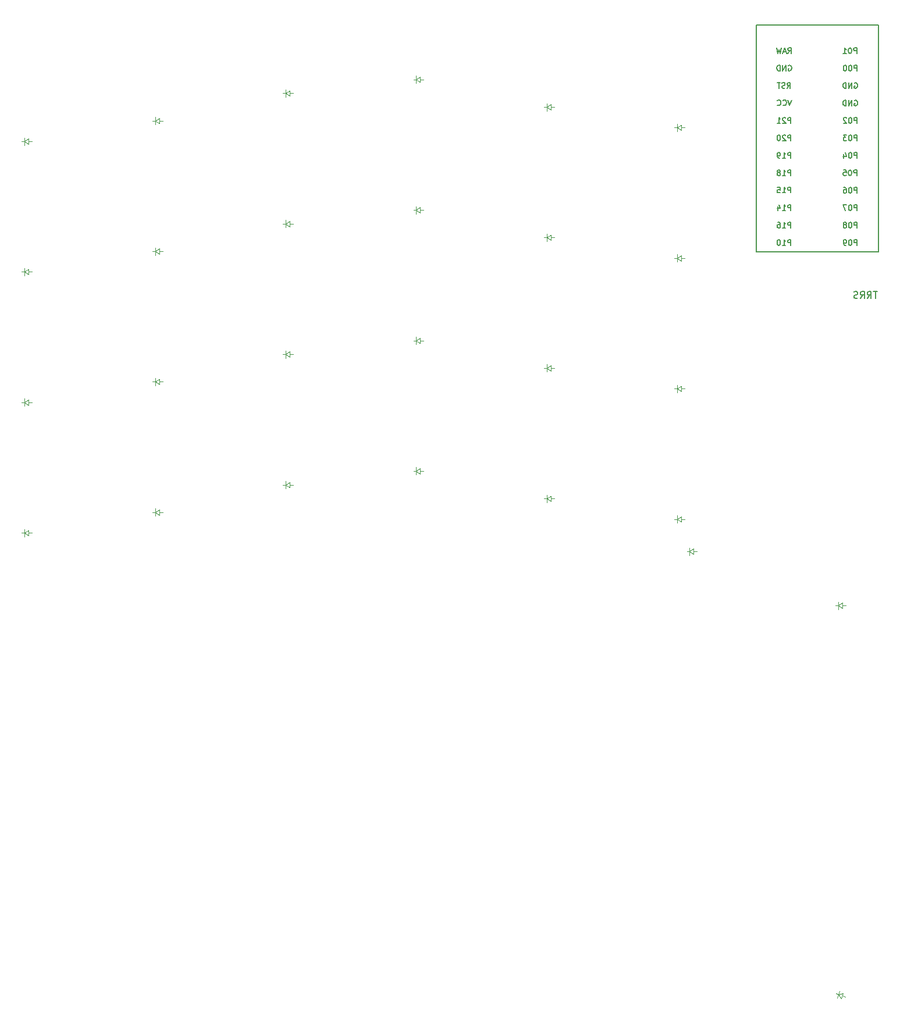
<source format=gbr>
%TF.GenerationSoftware,KiCad,Pcbnew,(6.0.8)*%
%TF.CreationDate,2022-12-10T18:32:28-07:00*%
%TF.ProjectId,scaarix_flow,73636161-7269-4785-9f66-6c6f772e6b69,v1.0.0*%
%TF.SameCoordinates,Original*%
%TF.FileFunction,Legend,Bot*%
%TF.FilePolarity,Positive*%
%FSLAX46Y46*%
G04 Gerber Fmt 4.6, Leading zero omitted, Abs format (unit mm)*
G04 Created by KiCad (PCBNEW (6.0.8)) date 2022-12-10 18:32:28*
%MOMM*%
%LPD*%
G01*
G04 APERTURE LIST*
G04 Aperture macros list*
%AMRoundRect*
0 Rectangle with rounded corners*
0 $1 Rounding radius*
0 $2 $3 $4 $5 $6 $7 $8 $9 X,Y pos of 4 corners*
0 Add a 4 corners polygon primitive as box body*
4,1,4,$2,$3,$4,$5,$6,$7,$8,$9,$2,$3,0*
0 Add four circle primitives for the rounded corners*
1,1,$1+$1,$2,$3*
1,1,$1+$1,$4,$5*
1,1,$1+$1,$6,$7*
1,1,$1+$1,$8,$9*
0 Add four rect primitives between the rounded corners*
20,1,$1+$1,$2,$3,$4,$5,0*
20,1,$1+$1,$4,$5,$6,$7,0*
20,1,$1+$1,$6,$7,$8,$9,0*
20,1,$1+$1,$8,$9,$2,$3,0*%
%AMRotRect*
0 Rectangle, with rotation*
0 The origin of the aperture is its center*
0 $1 length*
0 $2 width*
0 $3 Rotation angle, in degrees counterclockwise*
0 Add horizontal line*
21,1,$1,$2,0,0,$3*%
G04 Aperture macros list end*
%ADD10C,0.150000*%
%ADD11C,0.100000*%
%ADD12R,1.752600X1.752600*%
%ADD13C,1.752600*%
%ADD14RoundRect,0.254000X0.607235X-1.302220X1.302220X0.607235X-0.607235X1.302220X-1.302220X-0.607235X0*%
%ADD15C,1.701800*%
%ADD16C,3.048000*%
%ADD17C,3.987800*%
%ADD18C,3.000000*%
%ADD19R,2.550000X2.500000*%
%ADD20C,1.905000*%
%ADD21R,0.900000X1.200000*%
%ADD22R,1.778000X1.778000*%
%ADD23C,1.500000*%
%ADD24O,2.200000X1.600000*%
%ADD25RotRect,2.550000X2.500000X159.000000*%
%ADD26C,2.200000*%
%ADD27RotRect,0.900000X1.200000X339.000000*%
%ADD28RotRect,1.778000X1.778000X339.000000*%
G04 APERTURE END LIST*
D10*
%TO.C,MCU1*%
X266170205Y-95733270D02*
X266170205Y-94933270D01*
X265865443Y-94933270D01*
X265789253Y-94971366D01*
X265751157Y-95009461D01*
X265713062Y-95085651D01*
X265713062Y-95199937D01*
X265751157Y-95276127D01*
X265789253Y-95314223D01*
X265865443Y-95352318D01*
X266170205Y-95352318D01*
X265217824Y-94933270D02*
X265141634Y-94933270D01*
X265065443Y-94971366D01*
X265027348Y-95009461D01*
X264989253Y-95085651D01*
X264951157Y-95238032D01*
X264951157Y-95428508D01*
X264989253Y-95580889D01*
X265027348Y-95657080D01*
X265065443Y-95695175D01*
X265141634Y-95733270D01*
X265217824Y-95733270D01*
X265294015Y-95695175D01*
X265332110Y-95657080D01*
X265370205Y-95580889D01*
X265408300Y-95428508D01*
X265408300Y-95238032D01*
X265370205Y-95085651D01*
X265332110Y-95009461D01*
X265294015Y-94971366D01*
X265217824Y-94933270D01*
X264570205Y-95733270D02*
X264417824Y-95733270D01*
X264341634Y-95695175D01*
X264303538Y-95657080D01*
X264227348Y-95542794D01*
X264189253Y-95390413D01*
X264189253Y-95085651D01*
X264227348Y-95009461D01*
X264265443Y-94971366D01*
X264341634Y-94933270D01*
X264494015Y-94933270D01*
X264570205Y-94971366D01*
X264608300Y-95009461D01*
X264646396Y-95085651D01*
X264646396Y-95276127D01*
X264608300Y-95352318D01*
X264570205Y-95390413D01*
X264494015Y-95428508D01*
X264341634Y-95428508D01*
X264265443Y-95390413D01*
X264227348Y-95352318D01*
X264189253Y-95276127D01*
X256133935Y-67787991D02*
X256400602Y-67407039D01*
X256591078Y-67787991D02*
X256591078Y-66987991D01*
X256286316Y-66987991D01*
X256210126Y-67026087D01*
X256172031Y-67064182D01*
X256133935Y-67140372D01*
X256133935Y-67254658D01*
X256172031Y-67330848D01*
X256210126Y-67368944D01*
X256286316Y-67407039D01*
X256591078Y-67407039D01*
X255829174Y-67559420D02*
X255448221Y-67559420D01*
X255905364Y-67787991D02*
X255638697Y-66987991D01*
X255372031Y-67787991D01*
X255181555Y-66987991D02*
X254991078Y-67787991D01*
X254838697Y-67216563D01*
X254686316Y-67787991D01*
X254495840Y-66987991D01*
X256552983Y-77943138D02*
X256552983Y-77143138D01*
X256248221Y-77143138D01*
X256172031Y-77181234D01*
X256133935Y-77219329D01*
X256095840Y-77295519D01*
X256095840Y-77409805D01*
X256133935Y-77485995D01*
X256172031Y-77524091D01*
X256248221Y-77562186D01*
X256552983Y-77562186D01*
X255791078Y-77219329D02*
X255752983Y-77181234D01*
X255676793Y-77143138D01*
X255486316Y-77143138D01*
X255410126Y-77181234D01*
X255372031Y-77219329D01*
X255333935Y-77295519D01*
X255333935Y-77371710D01*
X255372031Y-77485995D01*
X255829174Y-77943138D01*
X255333935Y-77943138D01*
X254572031Y-77943138D02*
X255029174Y-77943138D01*
X254800602Y-77943138D02*
X254800602Y-77143138D01*
X254876793Y-77257424D01*
X254952983Y-77333614D01*
X255029174Y-77371710D01*
X256552983Y-80488417D02*
X256552983Y-79688417D01*
X256248221Y-79688417D01*
X256172031Y-79726513D01*
X256133935Y-79764608D01*
X256095840Y-79840798D01*
X256095840Y-79955084D01*
X256133935Y-80031274D01*
X256172031Y-80069370D01*
X256248221Y-80107465D01*
X256552983Y-80107465D01*
X255791078Y-79764608D02*
X255752983Y-79726513D01*
X255676793Y-79688417D01*
X255486316Y-79688417D01*
X255410126Y-79726513D01*
X255372031Y-79764608D01*
X255333935Y-79840798D01*
X255333935Y-79916989D01*
X255372031Y-80031274D01*
X255829174Y-80488417D01*
X255333935Y-80488417D01*
X254838697Y-79688417D02*
X254762507Y-79688417D01*
X254686316Y-79726513D01*
X254648221Y-79764608D01*
X254610126Y-79840798D01*
X254572031Y-79993179D01*
X254572031Y-80183655D01*
X254610126Y-80336036D01*
X254648221Y-80412227D01*
X254686316Y-80450322D01*
X254762507Y-80488417D01*
X254838697Y-80488417D01*
X254914888Y-80450322D01*
X254952983Y-80412227D01*
X254991078Y-80336036D01*
X255029174Y-80183655D01*
X255029174Y-79993179D01*
X254991078Y-79840798D01*
X254952983Y-79764608D01*
X254914888Y-79726513D01*
X254838697Y-79688417D01*
X266149928Y-67803404D02*
X266149928Y-67003404D01*
X265845166Y-67003404D01*
X265768976Y-67041500D01*
X265730880Y-67079595D01*
X265692785Y-67155785D01*
X265692785Y-67270071D01*
X265730880Y-67346261D01*
X265768976Y-67384357D01*
X265845166Y-67422452D01*
X266149928Y-67422452D01*
X265197547Y-67003404D02*
X265121357Y-67003404D01*
X265045166Y-67041500D01*
X265007071Y-67079595D01*
X264968976Y-67155785D01*
X264930880Y-67308166D01*
X264930880Y-67498642D01*
X264968976Y-67651023D01*
X265007071Y-67727214D01*
X265045166Y-67765309D01*
X265121357Y-67803404D01*
X265197547Y-67803404D01*
X265273738Y-67765309D01*
X265311833Y-67727214D01*
X265349928Y-67651023D01*
X265388023Y-67498642D01*
X265388023Y-67308166D01*
X265349928Y-67155785D01*
X265311833Y-67079595D01*
X265273738Y-67041500D01*
X265197547Y-67003404D01*
X264168976Y-67803404D02*
X264626119Y-67803404D01*
X264397547Y-67803404D02*
X264397547Y-67003404D01*
X264473738Y-67117690D01*
X264549928Y-67193880D01*
X264626119Y-67231976D01*
X265808300Y-74661075D02*
X265884491Y-74622979D01*
X265998777Y-74622979D01*
X266113062Y-74661075D01*
X266189253Y-74737265D01*
X266227348Y-74813455D01*
X266265443Y-74965836D01*
X266265443Y-75080122D01*
X266227348Y-75232503D01*
X266189253Y-75308694D01*
X266113062Y-75384884D01*
X265998777Y-75422979D01*
X265922586Y-75422979D01*
X265808300Y-75384884D01*
X265770205Y-75346789D01*
X265770205Y-75080122D01*
X265922586Y-75080122D01*
X265427348Y-75422979D02*
X265427348Y-74622979D01*
X264970205Y-75422979D01*
X264970205Y-74622979D01*
X264589253Y-75422979D02*
X264589253Y-74622979D01*
X264398777Y-74622979D01*
X264284491Y-74661075D01*
X264208300Y-74737265D01*
X264170205Y-74813455D01*
X264132110Y-74965836D01*
X264132110Y-75080122D01*
X264170205Y-75232503D01*
X264208300Y-75308694D01*
X264284491Y-75384884D01*
X264398777Y-75422979D01*
X264589253Y-75422979D01*
X266170205Y-83032844D02*
X266170205Y-82232844D01*
X265865443Y-82232844D01*
X265789253Y-82270940D01*
X265751157Y-82309035D01*
X265713062Y-82385225D01*
X265713062Y-82499511D01*
X265751157Y-82575701D01*
X265789253Y-82613797D01*
X265865443Y-82651892D01*
X266170205Y-82651892D01*
X265217824Y-82232844D02*
X265141634Y-82232844D01*
X265065443Y-82270940D01*
X265027348Y-82309035D01*
X264989253Y-82385225D01*
X264951157Y-82537606D01*
X264951157Y-82728082D01*
X264989253Y-82880463D01*
X265027348Y-82956654D01*
X265065443Y-82994749D01*
X265141634Y-83032844D01*
X265217824Y-83032844D01*
X265294015Y-82994749D01*
X265332110Y-82956654D01*
X265370205Y-82880463D01*
X265408300Y-82728082D01*
X265408300Y-82537606D01*
X265370205Y-82385225D01*
X265332110Y-82309035D01*
X265294015Y-82270940D01*
X265217824Y-82232844D01*
X264265443Y-82499511D02*
X264265443Y-83032844D01*
X264455919Y-82194749D02*
X264646396Y-82766178D01*
X264151157Y-82766178D01*
X266170205Y-88123403D02*
X266170205Y-87323403D01*
X265865443Y-87323403D01*
X265789253Y-87361499D01*
X265751157Y-87399594D01*
X265713062Y-87475784D01*
X265713062Y-87590070D01*
X265751157Y-87666260D01*
X265789253Y-87704356D01*
X265865443Y-87742451D01*
X266170205Y-87742451D01*
X265217824Y-87323403D02*
X265141634Y-87323403D01*
X265065443Y-87361499D01*
X265027348Y-87399594D01*
X264989253Y-87475784D01*
X264951157Y-87628165D01*
X264951157Y-87818641D01*
X264989253Y-87971022D01*
X265027348Y-88047213D01*
X265065443Y-88085308D01*
X265141634Y-88123403D01*
X265217824Y-88123403D01*
X265294015Y-88085308D01*
X265332110Y-88047213D01*
X265370205Y-87971022D01*
X265408300Y-87818641D01*
X265408300Y-87628165D01*
X265370205Y-87475784D01*
X265332110Y-87399594D01*
X265294015Y-87361499D01*
X265217824Y-87323403D01*
X264265443Y-87323403D02*
X264417824Y-87323403D01*
X264494015Y-87361499D01*
X264532110Y-87399594D01*
X264608300Y-87513879D01*
X264646396Y-87666260D01*
X264646396Y-87971022D01*
X264608300Y-88047213D01*
X264570205Y-88085308D01*
X264494015Y-88123403D01*
X264341634Y-88123403D01*
X264265443Y-88085308D01*
X264227348Y-88047213D01*
X264189253Y-87971022D01*
X264189253Y-87780546D01*
X264227348Y-87704356D01*
X264265443Y-87666260D01*
X264341634Y-87628165D01*
X264494015Y-87628165D01*
X264570205Y-87666260D01*
X264608300Y-87704356D01*
X264646396Y-87780546D01*
X256552983Y-85578975D02*
X256552983Y-84778975D01*
X256248221Y-84778975D01*
X256172031Y-84817071D01*
X256133935Y-84855166D01*
X256095840Y-84931356D01*
X256095840Y-85045642D01*
X256133935Y-85121832D01*
X256172031Y-85159928D01*
X256248221Y-85198023D01*
X256552983Y-85198023D01*
X255333935Y-85578975D02*
X255791078Y-85578975D01*
X255562507Y-85578975D02*
X255562507Y-84778975D01*
X255638697Y-84893261D01*
X255714888Y-84969451D01*
X255791078Y-85007547D01*
X254876793Y-85121832D02*
X254952983Y-85083737D01*
X254991078Y-85045642D01*
X255029174Y-84969451D01*
X255029174Y-84931356D01*
X254991078Y-84855166D01*
X254952983Y-84817071D01*
X254876793Y-84778975D01*
X254724412Y-84778975D01*
X254648221Y-84817071D01*
X254610126Y-84855166D01*
X254572031Y-84931356D01*
X254572031Y-84969451D01*
X254610126Y-85045642D01*
X254648221Y-85083737D01*
X254724412Y-85121832D01*
X254876793Y-85121832D01*
X254952983Y-85159928D01*
X254991078Y-85198023D01*
X255029174Y-85274213D01*
X255029174Y-85426594D01*
X254991078Y-85502785D01*
X254952983Y-85540880D01*
X254876793Y-85578975D01*
X254724412Y-85578975D01*
X254648221Y-85540880D01*
X254610126Y-85502785D01*
X254572031Y-85426594D01*
X254572031Y-85274213D01*
X254610126Y-85198023D01*
X254648221Y-85159928D01*
X254724412Y-85121832D01*
X256552983Y-95734122D02*
X256552983Y-94934122D01*
X256248221Y-94934122D01*
X256172031Y-94972218D01*
X256133935Y-95010313D01*
X256095840Y-95086503D01*
X256095840Y-95200789D01*
X256133935Y-95276979D01*
X256172031Y-95315075D01*
X256248221Y-95353170D01*
X256552983Y-95353170D01*
X255333935Y-95734122D02*
X255791078Y-95734122D01*
X255562507Y-95734122D02*
X255562507Y-94934122D01*
X255638697Y-95048408D01*
X255714888Y-95124598D01*
X255791078Y-95162694D01*
X254838697Y-94934122D02*
X254762507Y-94934122D01*
X254686316Y-94972218D01*
X254648221Y-95010313D01*
X254610126Y-95086503D01*
X254572031Y-95238884D01*
X254572031Y-95429360D01*
X254610126Y-95581741D01*
X254648221Y-95657932D01*
X254686316Y-95696027D01*
X254762507Y-95734122D01*
X254838697Y-95734122D01*
X254914888Y-95696027D01*
X254952983Y-95657932D01*
X254991078Y-95581741D01*
X255029174Y-95429360D01*
X255029174Y-95238884D01*
X254991078Y-95086503D01*
X254952983Y-95010313D01*
X254914888Y-94972218D01*
X254838697Y-94934122D01*
X266170205Y-80487566D02*
X266170205Y-79687566D01*
X265865443Y-79687566D01*
X265789253Y-79725662D01*
X265751157Y-79763757D01*
X265713062Y-79839947D01*
X265713062Y-79954233D01*
X265751157Y-80030423D01*
X265789253Y-80068519D01*
X265865443Y-80106614D01*
X266170205Y-80106614D01*
X265217824Y-79687566D02*
X265141634Y-79687566D01*
X265065443Y-79725662D01*
X265027348Y-79763757D01*
X264989253Y-79839947D01*
X264951157Y-79992328D01*
X264951157Y-80182804D01*
X264989253Y-80335185D01*
X265027348Y-80411376D01*
X265065443Y-80449471D01*
X265141634Y-80487566D01*
X265217824Y-80487566D01*
X265294015Y-80449471D01*
X265332110Y-80411376D01*
X265370205Y-80335185D01*
X265408300Y-80182804D01*
X265408300Y-79992328D01*
X265370205Y-79839947D01*
X265332110Y-79763757D01*
X265294015Y-79725662D01*
X265217824Y-79687566D01*
X264684491Y-79687566D02*
X264189253Y-79687566D01*
X264455919Y-79992328D01*
X264341634Y-79992328D01*
X264265443Y-80030423D01*
X264227348Y-80068519D01*
X264189253Y-80144709D01*
X264189253Y-80335185D01*
X264227348Y-80411376D01*
X264265443Y-80449471D01*
X264341634Y-80487566D01*
X264570205Y-80487566D01*
X264646396Y-80449471D01*
X264684491Y-80411376D01*
X256552983Y-93188842D02*
X256552983Y-92388842D01*
X256248221Y-92388842D01*
X256172031Y-92426938D01*
X256133935Y-92465033D01*
X256095840Y-92541223D01*
X256095840Y-92655509D01*
X256133935Y-92731699D01*
X256172031Y-92769795D01*
X256248221Y-92807890D01*
X256552983Y-92807890D01*
X255333935Y-93188842D02*
X255791078Y-93188842D01*
X255562507Y-93188842D02*
X255562507Y-92388842D01*
X255638697Y-92503128D01*
X255714888Y-92579318D01*
X255791078Y-92617414D01*
X254648221Y-92388842D02*
X254800602Y-92388842D01*
X254876793Y-92426938D01*
X254914888Y-92465033D01*
X254991078Y-92579318D01*
X255029174Y-92731699D01*
X255029174Y-93036461D01*
X254991078Y-93112652D01*
X254952983Y-93150747D01*
X254876793Y-93188842D01*
X254724412Y-93188842D01*
X254648221Y-93150747D01*
X254610126Y-93112652D01*
X254572031Y-93036461D01*
X254572031Y-92845985D01*
X254610126Y-92769795D01*
X254648221Y-92731699D01*
X254724412Y-92693604D01*
X254876793Y-92693604D01*
X254952983Y-92731699D01*
X254991078Y-92769795D01*
X255029174Y-92845985D01*
X256552983Y-90643562D02*
X256552983Y-89843562D01*
X256248221Y-89843562D01*
X256172031Y-89881658D01*
X256133935Y-89919753D01*
X256095840Y-89995943D01*
X256095840Y-90110229D01*
X256133935Y-90186419D01*
X256172031Y-90224515D01*
X256248221Y-90262610D01*
X256552983Y-90262610D01*
X255333935Y-90643562D02*
X255791078Y-90643562D01*
X255562507Y-90643562D02*
X255562507Y-89843562D01*
X255638697Y-89957848D01*
X255714888Y-90034038D01*
X255791078Y-90072134D01*
X254648221Y-90110229D02*
X254648221Y-90643562D01*
X254838697Y-89805467D02*
X255029174Y-90376896D01*
X254533935Y-90376896D01*
X266170205Y-77942286D02*
X266170205Y-77142286D01*
X265865443Y-77142286D01*
X265789253Y-77180382D01*
X265751157Y-77218477D01*
X265713062Y-77294667D01*
X265713062Y-77408953D01*
X265751157Y-77485143D01*
X265789253Y-77523239D01*
X265865443Y-77561334D01*
X266170205Y-77561334D01*
X265217824Y-77142286D02*
X265141634Y-77142286D01*
X265065443Y-77180382D01*
X265027348Y-77218477D01*
X264989253Y-77294667D01*
X264951157Y-77447048D01*
X264951157Y-77637524D01*
X264989253Y-77789905D01*
X265027348Y-77866096D01*
X265065443Y-77904191D01*
X265141634Y-77942286D01*
X265217824Y-77942286D01*
X265294015Y-77904191D01*
X265332110Y-77866096D01*
X265370205Y-77789905D01*
X265408300Y-77637524D01*
X265408300Y-77447048D01*
X265370205Y-77294667D01*
X265332110Y-77218477D01*
X265294015Y-77180382D01*
X265217824Y-77142286D01*
X264646396Y-77218477D02*
X264608300Y-77180382D01*
X264532110Y-77142286D01*
X264341634Y-77142286D01*
X264265443Y-77180382D01*
X264227348Y-77218477D01*
X264189253Y-77294667D01*
X264189253Y-77370858D01*
X264227348Y-77485143D01*
X264684491Y-77942286D01*
X264189253Y-77942286D01*
X265808300Y-72115795D02*
X265884491Y-72077699D01*
X265998777Y-72077699D01*
X266113062Y-72115795D01*
X266189253Y-72191985D01*
X266227348Y-72268175D01*
X266265443Y-72420556D01*
X266265443Y-72534842D01*
X266227348Y-72687223D01*
X266189253Y-72763414D01*
X266113062Y-72839604D01*
X265998777Y-72877699D01*
X265922586Y-72877699D01*
X265808300Y-72839604D01*
X265770205Y-72801509D01*
X265770205Y-72534842D01*
X265922586Y-72534842D01*
X265427348Y-72877699D02*
X265427348Y-72077699D01*
X264970205Y-72877699D01*
X264970205Y-72077699D01*
X264589253Y-72877699D02*
X264589253Y-72077699D01*
X264398777Y-72077699D01*
X264284491Y-72115795D01*
X264208300Y-72191985D01*
X264170205Y-72268175D01*
X264132110Y-72420556D01*
X264132110Y-72534842D01*
X264170205Y-72687223D01*
X264208300Y-72763414D01*
X264284491Y-72839604D01*
X264398777Y-72877699D01*
X264589253Y-72877699D01*
X266170205Y-93187990D02*
X266170205Y-92387990D01*
X265865443Y-92387990D01*
X265789253Y-92426086D01*
X265751157Y-92464181D01*
X265713062Y-92540371D01*
X265713062Y-92654657D01*
X265751157Y-92730847D01*
X265789253Y-92768943D01*
X265865443Y-92807038D01*
X266170205Y-92807038D01*
X265217824Y-92387990D02*
X265141634Y-92387990D01*
X265065443Y-92426086D01*
X265027348Y-92464181D01*
X264989253Y-92540371D01*
X264951157Y-92692752D01*
X264951157Y-92883228D01*
X264989253Y-93035609D01*
X265027348Y-93111800D01*
X265065443Y-93149895D01*
X265141634Y-93187990D01*
X265217824Y-93187990D01*
X265294015Y-93149895D01*
X265332110Y-93111800D01*
X265370205Y-93035609D01*
X265408300Y-92883228D01*
X265408300Y-92692752D01*
X265370205Y-92540371D01*
X265332110Y-92464181D01*
X265294015Y-92426086D01*
X265217824Y-92387990D01*
X264494015Y-92730847D02*
X264570205Y-92692752D01*
X264608300Y-92654657D01*
X264646396Y-92578466D01*
X264646396Y-92540371D01*
X264608300Y-92464181D01*
X264570205Y-92426086D01*
X264494015Y-92387990D01*
X264341634Y-92387990D01*
X264265443Y-92426086D01*
X264227348Y-92464181D01*
X264189253Y-92540371D01*
X264189253Y-92578466D01*
X264227348Y-92654657D01*
X264265443Y-92692752D01*
X264341634Y-92730847D01*
X264494015Y-92730847D01*
X264570205Y-92768943D01*
X264608300Y-92807038D01*
X264646396Y-92883228D01*
X264646396Y-93035609D01*
X264608300Y-93111800D01*
X264570205Y-93149895D01*
X264494015Y-93187990D01*
X264341634Y-93187990D01*
X264265443Y-93149895D01*
X264227348Y-93111800D01*
X264189253Y-93035609D01*
X264189253Y-92883228D01*
X264227348Y-92807038D01*
X264265443Y-92768943D01*
X264341634Y-92730847D01*
X256552983Y-88098283D02*
X256552983Y-87298283D01*
X256248221Y-87298283D01*
X256172031Y-87336379D01*
X256133935Y-87374474D01*
X256095840Y-87450664D01*
X256095840Y-87564950D01*
X256133935Y-87641140D01*
X256172031Y-87679236D01*
X256248221Y-87717331D01*
X256552983Y-87717331D01*
X255333935Y-88098283D02*
X255791078Y-88098283D01*
X255562507Y-88098283D02*
X255562507Y-87298283D01*
X255638697Y-87412569D01*
X255714888Y-87488759D01*
X255791078Y-87526855D01*
X254610126Y-87298283D02*
X254991078Y-87298283D01*
X255029174Y-87679236D01*
X254991078Y-87641140D01*
X254914888Y-87603045D01*
X254724412Y-87603045D01*
X254648221Y-87641140D01*
X254610126Y-87679236D01*
X254572031Y-87755426D01*
X254572031Y-87945902D01*
X254610126Y-88022093D01*
X254648221Y-88060188D01*
X254724412Y-88098283D01*
X254914888Y-88098283D01*
X254991078Y-88060188D01*
X255029174Y-88022093D01*
X256552983Y-83033696D02*
X256552983Y-82233696D01*
X256248221Y-82233696D01*
X256172031Y-82271792D01*
X256133935Y-82309887D01*
X256095840Y-82386077D01*
X256095840Y-82500363D01*
X256133935Y-82576553D01*
X256172031Y-82614649D01*
X256248221Y-82652744D01*
X256552983Y-82652744D01*
X255333935Y-83033696D02*
X255791078Y-83033696D01*
X255562507Y-83033696D02*
X255562507Y-82233696D01*
X255638697Y-82347982D01*
X255714888Y-82424172D01*
X255791078Y-82462268D01*
X254952983Y-83033696D02*
X254800602Y-83033696D01*
X254724412Y-82995601D01*
X254686316Y-82957506D01*
X254610126Y-82843220D01*
X254572031Y-82690839D01*
X254572031Y-82386077D01*
X254610126Y-82309887D01*
X254648221Y-82271792D01*
X254724412Y-82233696D01*
X254876793Y-82233696D01*
X254952983Y-82271792D01*
X254991078Y-82309887D01*
X255029174Y-82386077D01*
X255029174Y-82576553D01*
X254991078Y-82652744D01*
X254952983Y-82690839D01*
X254876793Y-82728934D01*
X254724412Y-82728934D01*
X254648221Y-82690839D01*
X254610126Y-82652744D01*
X254572031Y-82576553D01*
X256191078Y-69571367D02*
X256267269Y-69533271D01*
X256381555Y-69533271D01*
X256495840Y-69571367D01*
X256572031Y-69647557D01*
X256610126Y-69723747D01*
X256648221Y-69876128D01*
X256648221Y-69990414D01*
X256610126Y-70142795D01*
X256572031Y-70218986D01*
X256495840Y-70295176D01*
X256381555Y-70333271D01*
X256305364Y-70333271D01*
X256191078Y-70295176D01*
X256152983Y-70257081D01*
X256152983Y-69990414D01*
X256305364Y-69990414D01*
X255810126Y-70333271D02*
X255810126Y-69533271D01*
X255352983Y-70333271D01*
X255352983Y-69533271D01*
X254972031Y-70333271D02*
X254972031Y-69533271D01*
X254781555Y-69533271D01*
X254667269Y-69571367D01*
X254591078Y-69647557D01*
X254552983Y-69723747D01*
X254514888Y-69876128D01*
X254514888Y-69990414D01*
X254552983Y-70142795D01*
X254591078Y-70218986D01*
X254667269Y-70295176D01*
X254781555Y-70333271D01*
X254972031Y-70333271D01*
X266170205Y-90642711D02*
X266170205Y-89842711D01*
X265865443Y-89842711D01*
X265789253Y-89880807D01*
X265751157Y-89918902D01*
X265713062Y-89995092D01*
X265713062Y-90109378D01*
X265751157Y-90185568D01*
X265789253Y-90223664D01*
X265865443Y-90261759D01*
X266170205Y-90261759D01*
X265217824Y-89842711D02*
X265141634Y-89842711D01*
X265065443Y-89880807D01*
X265027348Y-89918902D01*
X264989253Y-89995092D01*
X264951157Y-90147473D01*
X264951157Y-90337949D01*
X264989253Y-90490330D01*
X265027348Y-90566521D01*
X265065443Y-90604616D01*
X265141634Y-90642711D01*
X265217824Y-90642711D01*
X265294015Y-90604616D01*
X265332110Y-90566521D01*
X265370205Y-90490330D01*
X265408300Y-90337949D01*
X265408300Y-90147473D01*
X265370205Y-89995092D01*
X265332110Y-89918902D01*
X265294015Y-89880807D01*
X265217824Y-89842711D01*
X264684491Y-89842711D02*
X264151157Y-89842711D01*
X264494015Y-90642711D01*
X256648221Y-74597858D02*
X256381555Y-75397858D01*
X256114888Y-74597858D01*
X255391078Y-75321668D02*
X255429174Y-75359763D01*
X255543459Y-75397858D01*
X255619650Y-75397858D01*
X255733935Y-75359763D01*
X255810126Y-75283573D01*
X255848221Y-75207382D01*
X255886316Y-75055001D01*
X255886316Y-74940715D01*
X255848221Y-74788334D01*
X255810126Y-74712144D01*
X255733935Y-74635954D01*
X255619650Y-74597858D01*
X255543459Y-74597858D01*
X255429174Y-74635954D01*
X255391078Y-74674049D01*
X254591078Y-75321668D02*
X254629174Y-75359763D01*
X254743459Y-75397858D01*
X254819650Y-75397858D01*
X254933935Y-75359763D01*
X255010126Y-75283573D01*
X255048221Y-75207382D01*
X255086316Y-75055001D01*
X255086316Y-74940715D01*
X255048221Y-74788334D01*
X255010126Y-74712144D01*
X254933935Y-74635954D01*
X254819650Y-74597858D01*
X254743459Y-74597858D01*
X254629174Y-74635954D01*
X254591078Y-74674049D01*
X256019650Y-72878551D02*
X256286316Y-72497599D01*
X256476793Y-72878551D02*
X256476793Y-72078551D01*
X256172031Y-72078551D01*
X256095840Y-72116647D01*
X256057745Y-72154742D01*
X256019650Y-72230932D01*
X256019650Y-72345218D01*
X256057745Y-72421408D01*
X256095840Y-72459504D01*
X256172031Y-72497599D01*
X256476793Y-72497599D01*
X255714888Y-72840456D02*
X255600602Y-72878551D01*
X255410126Y-72878551D01*
X255333935Y-72840456D01*
X255295840Y-72802361D01*
X255257745Y-72726170D01*
X255257745Y-72649980D01*
X255295840Y-72573789D01*
X255333935Y-72535694D01*
X255410126Y-72497599D01*
X255562507Y-72459504D01*
X255638697Y-72421408D01*
X255676793Y-72383313D01*
X255714888Y-72307123D01*
X255714888Y-72230932D01*
X255676793Y-72154742D01*
X255638697Y-72116647D01*
X255562507Y-72078551D01*
X255372031Y-72078551D01*
X255257745Y-72116647D01*
X255029174Y-72078551D02*
X254572031Y-72078551D01*
X254800602Y-72878551D02*
X254800602Y-72078551D01*
X266170205Y-70332420D02*
X266170205Y-69532420D01*
X265865443Y-69532420D01*
X265789253Y-69570516D01*
X265751157Y-69608611D01*
X265713062Y-69684801D01*
X265713062Y-69799087D01*
X265751157Y-69875277D01*
X265789253Y-69913373D01*
X265865443Y-69951468D01*
X266170205Y-69951468D01*
X265217824Y-69532420D02*
X265141634Y-69532420D01*
X265065443Y-69570516D01*
X265027348Y-69608611D01*
X264989253Y-69684801D01*
X264951157Y-69837182D01*
X264951157Y-70027658D01*
X264989253Y-70180039D01*
X265027348Y-70256230D01*
X265065443Y-70294325D01*
X265141634Y-70332420D01*
X265217824Y-70332420D01*
X265294015Y-70294325D01*
X265332110Y-70256230D01*
X265370205Y-70180039D01*
X265408300Y-70027658D01*
X265408300Y-69837182D01*
X265370205Y-69684801D01*
X265332110Y-69608611D01*
X265294015Y-69570516D01*
X265217824Y-69532420D01*
X264455919Y-69532420D02*
X264379729Y-69532420D01*
X264303538Y-69570516D01*
X264265443Y-69608611D01*
X264227348Y-69684801D01*
X264189253Y-69837182D01*
X264189253Y-70027658D01*
X264227348Y-70180039D01*
X264265443Y-70256230D01*
X264303538Y-70294325D01*
X264379729Y-70332420D01*
X264455919Y-70332420D01*
X264532110Y-70294325D01*
X264570205Y-70256230D01*
X264608300Y-70180039D01*
X264646396Y-70027658D01*
X264646396Y-69837182D01*
X264608300Y-69684801D01*
X264570205Y-69608611D01*
X264532110Y-69570516D01*
X264455919Y-69532420D01*
X266149928Y-85583404D02*
X266149928Y-84783404D01*
X265845166Y-84783404D01*
X265768976Y-84821500D01*
X265730880Y-84859595D01*
X265692785Y-84935785D01*
X265692785Y-85050071D01*
X265730880Y-85126261D01*
X265768976Y-85164357D01*
X265845166Y-85202452D01*
X266149928Y-85202452D01*
X265197547Y-84783404D02*
X265121357Y-84783404D01*
X265045166Y-84821500D01*
X265007071Y-84859595D01*
X264968976Y-84935785D01*
X264930880Y-85088166D01*
X264930880Y-85278642D01*
X264968976Y-85431023D01*
X265007071Y-85507214D01*
X265045166Y-85545309D01*
X265121357Y-85583404D01*
X265197547Y-85583404D01*
X265273738Y-85545309D01*
X265311833Y-85507214D01*
X265349928Y-85431023D01*
X265388023Y-85278642D01*
X265388023Y-85088166D01*
X265349928Y-84935785D01*
X265311833Y-84859595D01*
X265273738Y-84821500D01*
X265197547Y-84783404D01*
X264207071Y-84783404D02*
X264588023Y-84783404D01*
X264626119Y-85164357D01*
X264588023Y-85126261D01*
X264511833Y-85088166D01*
X264321357Y-85088166D01*
X264245166Y-85126261D01*
X264207071Y-85164357D01*
X264168976Y-85240547D01*
X264168976Y-85431023D01*
X264207071Y-85507214D01*
X264245166Y-85545309D01*
X264321357Y-85583404D01*
X264511833Y-85583404D01*
X264588023Y-85545309D01*
X264626119Y-85507214D01*
%TO.C, *%
X269142847Y-102462252D02*
X268571419Y-102462252D01*
X268857133Y-103462252D02*
X268857133Y-102462252D01*
X267666657Y-103462252D02*
X267999990Y-102986062D01*
X268238085Y-103462252D02*
X268238085Y-102462252D01*
X267857133Y-102462252D01*
X267761895Y-102509872D01*
X267714276Y-102557491D01*
X267666657Y-102652729D01*
X267666657Y-102795586D01*
X267714276Y-102890824D01*
X267761895Y-102938443D01*
X267857133Y-102986062D01*
X268238085Y-102986062D01*
X266666657Y-103462252D02*
X266999990Y-102986062D01*
X267238085Y-103462252D02*
X267238085Y-102462252D01*
X266857133Y-102462252D01*
X266761895Y-102509872D01*
X266714276Y-102557491D01*
X266666657Y-102652729D01*
X266666657Y-102795586D01*
X266714276Y-102890824D01*
X266761895Y-102938443D01*
X266857133Y-102986062D01*
X267238085Y-102986062D01*
X266285704Y-103414633D02*
X266142847Y-103462252D01*
X265904752Y-103462252D01*
X265809514Y-103414633D01*
X265761895Y-103367014D01*
X265714276Y-103271776D01*
X265714276Y-103176538D01*
X265761895Y-103081300D01*
X265809514Y-103033681D01*
X265904752Y-102986062D01*
X266095228Y-102938443D01*
X266190466Y-102890824D01*
X266238085Y-102843205D01*
X266285704Y-102747967D01*
X266285704Y-102652729D01*
X266238085Y-102557491D01*
X266190466Y-102509872D01*
X266095228Y-102462252D01*
X265857133Y-102462252D01*
X265714276Y-102509872D01*
D11*
%TO.C,D19*%
X221628500Y-94611500D02*
X222128500Y-94611500D01*
X221028500Y-94611500D02*
X221628500Y-94211500D01*
X220628500Y-94611500D02*
X221028500Y-94611500D01*
X221628500Y-95011500D02*
X221028500Y-94611500D01*
X221028500Y-94611500D02*
X221028500Y-94061500D01*
X221628500Y-94211500D02*
X221628500Y-95011500D01*
X221028500Y-94611500D02*
X221028500Y-95161500D01*
%TO.C,D4*%
X145028500Y-80611500D02*
X145028500Y-80061500D01*
X145028500Y-80611500D02*
X145028500Y-81161500D01*
X145628500Y-81011500D02*
X145028500Y-80611500D01*
X145628500Y-80611500D02*
X146128500Y-80611500D01*
X145028500Y-80611500D02*
X145628500Y-80211500D01*
X144628500Y-80611500D02*
X145028500Y-80611500D01*
X145628500Y-80211500D02*
X145628500Y-81011500D01*
%TO.C,D21*%
X240628500Y-135211500D02*
X240628500Y-136011500D01*
X240028500Y-135611500D02*
X240028500Y-136161500D01*
X240628500Y-136011500D02*
X240028500Y-135611500D01*
X240028500Y-135611500D02*
X240028500Y-135061500D01*
X239628500Y-135611500D02*
X240028500Y-135611500D01*
X240028500Y-135611500D02*
X240628500Y-135211500D01*
X240628500Y-135611500D02*
X241128500Y-135611500D01*
%TO.C,D16*%
X202628500Y-71611500D02*
X203128500Y-71611500D01*
X202028500Y-71611500D02*
X202628500Y-71211500D01*
X201628500Y-71611500D02*
X202028500Y-71611500D01*
X202628500Y-71211500D02*
X202628500Y-72011500D01*
X202628500Y-72011500D02*
X202028500Y-71611500D01*
X202028500Y-71611500D02*
X202028500Y-72161500D01*
X202028500Y-71611500D02*
X202028500Y-71061500D01*
D10*
%TO.C,MCU1*%
X251488500Y-63631500D02*
X269268500Y-63631500D01*
X269268500Y-63631500D02*
X269268500Y-96651500D01*
X251488500Y-96651500D02*
X251488500Y-63631500D01*
X269268500Y-96651500D02*
X251488500Y-96651500D01*
D11*
%TO.C,D5*%
X164628500Y-135011500D02*
X164028500Y-134611500D01*
X164028500Y-134611500D02*
X164028500Y-135161500D01*
X164028500Y-134611500D02*
X164028500Y-134061500D01*
X163628500Y-134611500D02*
X164028500Y-134611500D01*
X164628500Y-134211500D02*
X164628500Y-135011500D01*
X164628500Y-134611500D02*
X165128500Y-134611500D01*
X164028500Y-134611500D02*
X164628500Y-134211500D01*
%TO.C,D7*%
X164028500Y-96611500D02*
X164028500Y-96061500D01*
X164628500Y-96211500D02*
X164628500Y-97011500D01*
X163628500Y-96611500D02*
X164028500Y-96611500D01*
X164628500Y-97011500D02*
X164028500Y-96611500D01*
X164028500Y-96611500D02*
X164028500Y-97161500D01*
X164028500Y-96611500D02*
X164628500Y-96211500D01*
X164628500Y-96611500D02*
X165128500Y-96611500D01*
%TO.C,D2*%
X145628500Y-119011500D02*
X145028500Y-118611500D01*
X145628500Y-118611500D02*
X146128500Y-118611500D01*
X145028500Y-118611500D02*
X145628500Y-118211500D01*
X145628500Y-118211500D02*
X145628500Y-119011500D01*
X145028500Y-118611500D02*
X145028500Y-118061500D01*
X144628500Y-118611500D02*
X145028500Y-118611500D01*
X145028500Y-118611500D02*
X145028500Y-119161500D01*
%TO.C,D14*%
X202628500Y-109211500D02*
X202628500Y-110011500D01*
X202628500Y-110011500D02*
X202028500Y-109611500D01*
X202028500Y-109611500D02*
X202028500Y-109061500D01*
X202028500Y-109611500D02*
X202028500Y-110161500D01*
X202028500Y-109611500D02*
X202628500Y-109211500D01*
X201628500Y-109611500D02*
X202028500Y-109611500D01*
X202628500Y-109611500D02*
X203128500Y-109611500D01*
%TO.C,D20*%
X221028500Y-75611500D02*
X221028500Y-75061500D01*
X221628500Y-76011500D02*
X221028500Y-75611500D01*
X221028500Y-75611500D02*
X221628500Y-75211500D01*
X221628500Y-75611500D02*
X222128500Y-75611500D01*
X220628500Y-75611500D02*
X221028500Y-75611500D01*
X221028500Y-75611500D02*
X221028500Y-76161500D01*
X221628500Y-75211500D02*
X221628500Y-76011500D01*
%TO.C,D13*%
X202028500Y-128611500D02*
X202028500Y-129161500D01*
X202628500Y-128611500D02*
X203128500Y-128611500D01*
X202028500Y-128611500D02*
X202628500Y-128211500D01*
X202028500Y-128611500D02*
X202028500Y-128061500D01*
X202628500Y-128211500D02*
X202628500Y-129011500D01*
X201628500Y-128611500D02*
X202028500Y-128611500D01*
X202628500Y-129011500D02*
X202028500Y-128611500D01*
%TO.C,D17*%
X221028500Y-132611500D02*
X221628500Y-132211500D01*
X221028500Y-132611500D02*
X221028500Y-132061500D01*
X221028500Y-132611500D02*
X221028500Y-133161500D01*
X221628500Y-132611500D02*
X222128500Y-132611500D01*
X220628500Y-132611500D02*
X221028500Y-132611500D01*
X221628500Y-132211500D02*
X221628500Y-133011500D01*
X221628500Y-133011500D02*
X221028500Y-132611500D01*
%TO.C,D6*%
X164028500Y-115611500D02*
X164028500Y-115061500D01*
X164028500Y-115611500D02*
X164028500Y-116161500D01*
X163628500Y-115611500D02*
X164028500Y-115611500D01*
X164028500Y-115611500D02*
X164628500Y-115211500D01*
X164628500Y-116011500D02*
X164028500Y-115611500D01*
X164628500Y-115611500D02*
X165128500Y-115611500D01*
X164628500Y-115211500D02*
X164628500Y-116011500D01*
%TO.C,D18*%
X221028500Y-113611500D02*
X221028500Y-114161500D01*
X221628500Y-113611500D02*
X222128500Y-113611500D01*
X221028500Y-113611500D02*
X221028500Y-113061500D01*
X221028500Y-113611500D02*
X221628500Y-113211500D01*
X221628500Y-114011500D02*
X221028500Y-113611500D01*
X221628500Y-113211500D02*
X221628500Y-114011500D01*
X220628500Y-113611500D02*
X221028500Y-113611500D01*
%TO.C,D11*%
X183628500Y-92211500D02*
X183628500Y-93011500D01*
X183028500Y-92611500D02*
X183628500Y-92211500D01*
X183028500Y-92611500D02*
X183028500Y-92061500D01*
X183628500Y-93011500D02*
X183028500Y-92611500D01*
X183028500Y-92611500D02*
X183028500Y-93161500D01*
X183628500Y-92611500D02*
X184128500Y-92611500D01*
X182628500Y-92611500D02*
X183028500Y-92611500D01*
%TO.C,D22*%
X240028500Y-116611500D02*
X240628500Y-116211500D01*
X240028500Y-116611500D02*
X240028500Y-117161500D01*
X239628500Y-116611500D02*
X240028500Y-116611500D01*
X240628500Y-116611500D02*
X241128500Y-116611500D01*
X240028500Y-116611500D02*
X240028500Y-116061500D01*
X240628500Y-117011500D02*
X240028500Y-116611500D01*
X240628500Y-116211500D02*
X240628500Y-117011500D01*
%TO.C,D12*%
X183028500Y-73611500D02*
X183028500Y-73061500D01*
X183028500Y-73611500D02*
X183628500Y-73211500D01*
X183028500Y-73611500D02*
X183028500Y-74161500D01*
X183628500Y-74011500D02*
X183028500Y-73611500D01*
X182628500Y-73611500D02*
X183028500Y-73611500D01*
X183628500Y-73211500D02*
X183628500Y-74011500D01*
X183628500Y-73611500D02*
X184128500Y-73611500D01*
%TO.C,D25*%
X242415570Y-139911500D02*
X242415570Y-140711500D01*
X241415570Y-140311500D02*
X241815570Y-140311500D01*
X242415570Y-140311500D02*
X242915570Y-140311500D01*
X241815570Y-140311500D02*
X241815570Y-140861500D01*
X242415570Y-140711500D02*
X241815570Y-140311500D01*
X241815570Y-140311500D02*
X242415570Y-139911500D01*
X241815570Y-140311500D02*
X241815570Y-139761500D01*
%TO.C,D26*%
X264028500Y-147777964D02*
X264028500Y-148577964D01*
X263428500Y-148177964D02*
X264028500Y-147777964D01*
X263428500Y-148177964D02*
X263428500Y-147627964D01*
X263028500Y-148177964D02*
X263428500Y-148177964D01*
X263428500Y-148177964D02*
X263428500Y-148727964D01*
X264028500Y-148177964D02*
X264528500Y-148177964D01*
X264028500Y-148577964D02*
X263428500Y-148177964D01*
%TO.C,D15*%
X202628500Y-90211500D02*
X202628500Y-91011500D01*
X202028500Y-90611500D02*
X202028500Y-90061500D01*
X201628500Y-90611500D02*
X202028500Y-90611500D01*
X202628500Y-90611500D02*
X203128500Y-90611500D01*
X202628500Y-91011500D02*
X202028500Y-90611500D01*
X202028500Y-90611500D02*
X202028500Y-91161500D01*
X202028500Y-90611500D02*
X202628500Y-90211500D01*
%TO.C,D23*%
X240028500Y-97611500D02*
X240628500Y-97211500D01*
X239628500Y-97611500D02*
X240028500Y-97611500D01*
X240628500Y-97211500D02*
X240628500Y-98011500D01*
X240628500Y-97611500D02*
X241128500Y-97611500D01*
X240028500Y-97611500D02*
X240028500Y-97061500D01*
X240628500Y-98011500D02*
X240028500Y-97611500D01*
X240028500Y-97611500D02*
X240028500Y-98161500D01*
%TO.C,D24*%
X239628500Y-78611500D02*
X240028500Y-78611500D01*
X240628500Y-78611500D02*
X241128500Y-78611500D01*
X240028500Y-78611500D02*
X240028500Y-78061500D01*
X240028500Y-78611500D02*
X240028500Y-79161500D01*
X240028500Y-78611500D02*
X240628500Y-78211500D01*
X240628500Y-79011500D02*
X240028500Y-78611500D01*
X240628500Y-78211500D02*
X240628500Y-79011500D01*
%TO.C,D27*%
X263466460Y-204775205D02*
X264169955Y-204616794D01*
X264169955Y-204616794D02*
X263883261Y-205363658D01*
X263466460Y-204775205D02*
X263663562Y-204261736D01*
X264026608Y-204990226D02*
X264493398Y-205169410D01*
X263093028Y-204631858D02*
X263466460Y-204775205D01*
X263883261Y-205363658D02*
X263466460Y-204775205D01*
X263466460Y-204775205D02*
X263269357Y-205288674D01*
%TO.C,D8*%
X164628500Y-77211500D02*
X164628500Y-78011500D01*
X164028500Y-77611500D02*
X164628500Y-77211500D01*
X164628500Y-78011500D02*
X164028500Y-77611500D01*
X164028500Y-77611500D02*
X164028500Y-77061500D01*
X163628500Y-77611500D02*
X164028500Y-77611500D01*
X164028500Y-77611500D02*
X164028500Y-78161500D01*
X164628500Y-77611500D02*
X165128500Y-77611500D01*
%TO.C,D10*%
X183028500Y-111611500D02*
X183028500Y-112161500D01*
X183628500Y-111611500D02*
X184128500Y-111611500D01*
X182628500Y-111611500D02*
X183028500Y-111611500D01*
X183028500Y-111611500D02*
X183028500Y-111061500D01*
X183628500Y-112011500D02*
X183028500Y-111611500D01*
X183028500Y-111611500D02*
X183628500Y-111211500D01*
X183628500Y-111211500D02*
X183628500Y-112011500D01*
%TO.C,D9*%
X183628500Y-131011500D02*
X183028500Y-130611500D01*
X182628500Y-130611500D02*
X183028500Y-130611500D01*
X183028500Y-130611500D02*
X183028500Y-131161500D01*
X183628500Y-130611500D02*
X184128500Y-130611500D01*
X183028500Y-130611500D02*
X183628500Y-130211500D01*
X183628500Y-130211500D02*
X183628500Y-131011500D01*
X183028500Y-130611500D02*
X183028500Y-130061500D01*
%TO.C,D1*%
X145028500Y-137611500D02*
X145028500Y-137061500D01*
X145028500Y-137611500D02*
X145628500Y-137211500D01*
X145028500Y-137611500D02*
X145028500Y-138161500D01*
X144628500Y-137611500D02*
X145028500Y-137611500D01*
X145628500Y-138011500D02*
X145028500Y-137611500D01*
X145628500Y-137611500D02*
X146128500Y-137611500D01*
X145628500Y-137211500D02*
X145628500Y-138011500D01*
%TO.C,D3*%
X145628500Y-99611500D02*
X146128500Y-99611500D01*
X144628500Y-99611500D02*
X145028500Y-99611500D01*
X145028500Y-99611500D02*
X145028500Y-99061500D01*
X145628500Y-99211500D02*
X145628500Y-100011500D01*
X145028500Y-99611500D02*
X145028500Y-100161500D01*
X145628500Y-100011500D02*
X145028500Y-99611500D01*
X145028500Y-99611500D02*
X145628500Y-99211500D01*
%TD*%
D12*
%TO.C,MCU1*%
X252758500Y-67441500D03*
D13*
X252758500Y-69981500D03*
X252758500Y-72521500D03*
X252758500Y-75061500D03*
X252758500Y-77601500D03*
X252758500Y-80141500D03*
X252758500Y-82681500D03*
X252758500Y-85221500D03*
X252758500Y-87761500D03*
X252758500Y-90301500D03*
X252758500Y-92841500D03*
X252758500Y-95381500D03*
X267998500Y-67441500D03*
X267998500Y-69981500D03*
X267998500Y-72521500D03*
X267998500Y-75061500D03*
X267998500Y-77601500D03*
X267998500Y-80141500D03*
X267998500Y-82681500D03*
X267998500Y-85221500D03*
X267998500Y-87761500D03*
X267998500Y-90301500D03*
X267998500Y-92841500D03*
X267998500Y-95381500D03*
%TD*%
%LPC*%
D14*
%TO.C,S26*%
X259183569Y-164917811D03*
X256966113Y-178436685D03*
D15*
X256014891Y-166197217D03*
D16*
X256758145Y-184577917D03*
D17*
X254277429Y-170970856D03*
D16*
X258182336Y-175095138D03*
X264924218Y-162141816D03*
D17*
X242437230Y-179365530D03*
D16*
X257967345Y-168259358D03*
D15*
X252539967Y-175744495D03*
D17*
X250603303Y-156929429D03*
%TD*%
D15*
%TO.C,S18*%
X216298500Y-105411500D03*
D18*
X223918500Y-100331500D03*
D15*
X226458500Y-105411500D03*
D18*
X225188500Y-102871500D03*
X217568500Y-102871500D03*
X218838500Y-100331500D03*
D17*
X221378500Y-105411500D03*
D19*
X214293500Y-102871500D03*
X227220500Y-100331500D03*
%TD*%
D18*
%TO.C,S7*%
X161838500Y-83331500D03*
X160568500Y-85871500D03*
X166918500Y-83331500D03*
D17*
X164378500Y-88411500D03*
D15*
X159298500Y-88411500D03*
X169458500Y-88411500D03*
D18*
X168188500Y-85871500D03*
D19*
X157293500Y-85871500D03*
X170220500Y-83331500D03*
%TD*%
D18*
%TO.C,S4*%
X147918500Y-67331500D03*
D15*
X140298500Y-72411500D03*
D17*
X145378500Y-72411500D03*
D18*
X141568500Y-69871500D03*
D15*
X150458500Y-72411500D03*
D18*
X142838500Y-67331500D03*
X149188500Y-69871500D03*
D19*
X138293500Y-69871500D03*
X151220500Y-67331500D03*
%TD*%
D18*
%TO.C,S22*%
X242918500Y-103331500D03*
X237838500Y-103331500D03*
D15*
X235298500Y-108411500D03*
D18*
X244188500Y-105871500D03*
D17*
X240378500Y-108411500D03*
D15*
X245458500Y-108411500D03*
D18*
X236568500Y-105871500D03*
D19*
X233293500Y-105871500D03*
X246220500Y-103331500D03*
%TD*%
D18*
%TO.C,S13*%
X206188500Y-117871500D03*
X204918500Y-115331500D03*
D17*
X202378500Y-120411500D03*
D18*
X198568500Y-117871500D03*
D15*
X197298500Y-120411500D03*
X207458500Y-120411500D03*
D18*
X199838500Y-115331500D03*
D19*
X195293500Y-117871500D03*
X208220500Y-115331500D03*
%TD*%
D20*
%TO.C,D19*%
X225188500Y-94611500D03*
D21*
X219728500Y-94611500D03*
D22*
X217568500Y-94611500D03*
D21*
X223028500Y-94611500D03*
%TD*%
%TO.C,D4*%
X143728500Y-80611500D03*
D20*
X149188500Y-80611500D03*
D21*
X147028500Y-80611500D03*
D22*
X141568500Y-80611500D03*
%TD*%
D18*
%TO.C,S11*%
X180838500Y-79331500D03*
X185918500Y-79331500D03*
D15*
X188458500Y-84411500D03*
D17*
X183378500Y-84411500D03*
D18*
X179568500Y-81871500D03*
X187188500Y-81871500D03*
D15*
X178298500Y-84411500D03*
D19*
X176293500Y-81871500D03*
X189220500Y-79331500D03*
%TD*%
D18*
%TO.C,S8*%
X160568500Y-66871500D03*
X168188500Y-66871500D03*
X161838500Y-64331500D03*
X166918500Y-64331500D03*
D15*
X169458500Y-69411500D03*
X159298500Y-69411500D03*
D17*
X164378500Y-69411500D03*
D19*
X157293500Y-66871500D03*
X170220500Y-64331500D03*
%TD*%
D20*
%TO.C,D21*%
X244188500Y-135611500D03*
D21*
X238728500Y-135611500D03*
X242028500Y-135611500D03*
D22*
X236568500Y-135611500D03*
%TD*%
D20*
%TO.C,D16*%
X206188500Y-71611500D03*
D21*
X200728500Y-71611500D03*
D22*
X198568500Y-71611500D03*
D21*
X204028500Y-71611500D03*
%TD*%
D12*
%TO.C,MCU1*%
X252758500Y-67441500D03*
D13*
X252758500Y-69981500D03*
X252758500Y-72521500D03*
X252758500Y-75061500D03*
X252758500Y-77601500D03*
X252758500Y-80141500D03*
X252758500Y-82681500D03*
X252758500Y-85221500D03*
X252758500Y-87761500D03*
X252758500Y-90301500D03*
X252758500Y-92841500D03*
X252758500Y-95381500D03*
X267998500Y-67441500D03*
X267998500Y-69981500D03*
X267998500Y-72521500D03*
X267998500Y-75061500D03*
X267998500Y-77601500D03*
X267998500Y-80141500D03*
X267998500Y-82681500D03*
X267998500Y-85221500D03*
X267998500Y-87761500D03*
X267998500Y-90301500D03*
X267998500Y-92841500D03*
X267998500Y-95381500D03*
%TD*%
D18*
%TO.C,S17*%
X218838500Y-119331500D03*
D15*
X216298500Y-124411500D03*
D17*
X221378500Y-124411500D03*
D18*
X223918500Y-119331500D03*
X225188500Y-121871500D03*
D15*
X226458500Y-124411500D03*
D18*
X217568500Y-121871500D03*
D19*
X214293500Y-121871500D03*
X227220500Y-119331500D03*
%TD*%
D21*
%TO.C,D5*%
X162728500Y-134611500D03*
D20*
X168188500Y-134611500D03*
D21*
X166028500Y-134611500D03*
D22*
X160568500Y-134611500D03*
%TD*%
D20*
%TO.C,D7*%
X168188500Y-96611500D03*
D21*
X162728500Y-96611500D03*
X166028500Y-96611500D03*
D22*
X160568500Y-96611500D03*
%TD*%
D17*
%TO.C,S12*%
X183378500Y-65411500D03*
D15*
X188458500Y-65411500D03*
D18*
X185918500Y-60331500D03*
D15*
X178298500Y-65411500D03*
D18*
X180838500Y-60331500D03*
X179568500Y-62871500D03*
X187188500Y-62871500D03*
D19*
X176293500Y-62871500D03*
X189220500Y-60331500D03*
%TD*%
D21*
%TO.C,D2*%
X143728500Y-118611500D03*
D20*
X149188500Y-118611500D03*
D21*
X147028500Y-118611500D03*
D22*
X141568500Y-118611500D03*
%TD*%
D18*
%TO.C,S10*%
X180838500Y-98331500D03*
D15*
X188458500Y-103411500D03*
X178298500Y-103411500D03*
D18*
X185918500Y-98331500D03*
D17*
X183378500Y-103411500D03*
D18*
X187188500Y-100871500D03*
X179568500Y-100871500D03*
D19*
X176293500Y-100871500D03*
X189220500Y-98331500D03*
%TD*%
D18*
%TO.C,S6*%
X161838500Y-102331500D03*
D15*
X159298500Y-107411500D03*
D18*
X160568500Y-104871500D03*
X168188500Y-104871500D03*
D15*
X169458500Y-107411500D03*
D17*
X164378500Y-107411500D03*
D18*
X166918500Y-102331500D03*
D19*
X157293500Y-104871500D03*
X170220500Y-102331500D03*
%TD*%
D20*
%TO.C,D14*%
X206188500Y-109611500D03*
D21*
X200728500Y-109611500D03*
X204028500Y-109611500D03*
D22*
X198568500Y-109611500D03*
%TD*%
D21*
%TO.C,D20*%
X219728500Y-75611500D03*
D20*
X225188500Y-75611500D03*
D22*
X217568500Y-75611500D03*
D21*
X223028500Y-75611500D03*
%TD*%
D15*
%TO.C,S2*%
X150458500Y-110411500D03*
D17*
X145378500Y-110411500D03*
D18*
X147918500Y-105331500D03*
D15*
X140298500Y-110411500D03*
D18*
X142838500Y-105331500D03*
X149188500Y-107871500D03*
X141568500Y-107871500D03*
D19*
X138293500Y-107871500D03*
X151220500Y-105331500D03*
%TD*%
D21*
%TO.C,D13*%
X200728500Y-128611500D03*
D20*
X206188500Y-128611500D03*
D21*
X204028500Y-128611500D03*
D22*
X198568500Y-128611500D03*
%TD*%
D15*
%TO.C,S20*%
X226458500Y-67411500D03*
D17*
X221378500Y-67411500D03*
D18*
X217568500Y-64871500D03*
X225188500Y-64871500D03*
X223918500Y-62331500D03*
D15*
X216298500Y-67411500D03*
D18*
X218838500Y-62331500D03*
D19*
X214293500Y-64871500D03*
X227220500Y-62331500D03*
%TD*%
D23*
%TO.C, *%
X263778500Y-103111500D03*
X270778500Y-103111500D03*
D24*
X261078500Y-105411500D03*
X261078500Y-100811500D03*
X262178500Y-100811500D03*
X262178500Y-105411500D03*
X266178500Y-100811500D03*
X266178500Y-105411500D03*
X269178500Y-100811500D03*
X269178500Y-105411500D03*
%TD*%
D16*
%TO.C,S26*%
X255361152Y-175419816D03*
D17*
X242437230Y-179365530D03*
D16*
X259919799Y-170321499D03*
X256758145Y-184577917D03*
D17*
X250603303Y-156929429D03*
D15*
X256014891Y-166197217D03*
D17*
X254277429Y-170970856D03*
D15*
X252539967Y-175744495D03*
D16*
X264924218Y-162141816D03*
%TD*%
D20*
%TO.C,D17*%
X225188500Y-132611500D03*
D21*
X219728500Y-132611500D03*
X223028500Y-132611500D03*
D22*
X217568500Y-132611500D03*
%TD*%
D17*
%TO.C,S19*%
X221378500Y-86411500D03*
D15*
X216298500Y-86411500D03*
D18*
X218838500Y-81331500D03*
X225188500Y-83871500D03*
X223918500Y-81331500D03*
D15*
X226458500Y-86411500D03*
D18*
X217568500Y-83871500D03*
D19*
X214293500Y-83871500D03*
X227220500Y-81331500D03*
%TD*%
D18*
%TO.C,S15*%
X206188500Y-79871500D03*
D15*
X197298500Y-82411500D03*
D18*
X199838500Y-77331500D03*
X198568500Y-79871500D03*
X204918500Y-77331500D03*
D15*
X207458500Y-82411500D03*
D17*
X202378500Y-82411500D03*
D19*
X195293500Y-79871500D03*
X208220500Y-77331500D03*
%TD*%
D15*
%TO.C,S27*%
X262235911Y-195424765D03*
X271721089Y-199065783D03*
D18*
X264331813Y-193508598D03*
X271170303Y-193412940D03*
X271445696Y-196239362D03*
D17*
X266978500Y-197245274D03*
D18*
X266427715Y-191592431D03*
D25*
X261274337Y-192334943D03*
X274252986Y-194596271D03*
%TD*%
D20*
%TO.C,D6*%
X168188500Y-115611500D03*
D21*
X162728500Y-115611500D03*
X166028500Y-115611500D03*
D22*
X160568500Y-115611500D03*
%TD*%
D20*
%TO.C,D18*%
X225188500Y-113611500D03*
D21*
X219728500Y-113611500D03*
D22*
X217568500Y-113611500D03*
D21*
X223028500Y-113611500D03*
%TD*%
%TO.C,D11*%
X181728500Y-92611500D03*
D20*
X187188500Y-92611500D03*
D21*
X185028500Y-92611500D03*
D22*
X179568500Y-92611500D03*
%TD*%
D18*
%TO.C,S21*%
X236568500Y-124871500D03*
D17*
X240378500Y-127411500D03*
D18*
X242918500Y-122331500D03*
X244188500Y-124871500D03*
D15*
X245458500Y-127411500D03*
X235298500Y-127411500D03*
D18*
X237838500Y-122331500D03*
D19*
X233293500Y-124871500D03*
X246220500Y-122331500D03*
%TD*%
D26*
%TO.C, *%
X269378500Y-113611500D03*
%TD*%
D17*
%TO.C,S9*%
X183378500Y-122411500D03*
D15*
X188458500Y-122411500D03*
D18*
X180838500Y-117331500D03*
X187188500Y-119871500D03*
D15*
X178298500Y-122411500D03*
D18*
X185918500Y-117331500D03*
X179568500Y-119871500D03*
D19*
X176293500Y-119871500D03*
X189220500Y-117331500D03*
%TD*%
D20*
%TO.C,D22*%
X244188500Y-116611500D03*
D21*
X238728500Y-116611500D03*
X242028500Y-116611500D03*
D22*
X236568500Y-116611500D03*
%TD*%
D26*
%TO.C, *%
X130078500Y-142611500D03*
%TD*%
D21*
%TO.C,D12*%
X181728500Y-73611500D03*
D20*
X187188500Y-73611500D03*
D21*
X185028500Y-73611500D03*
D22*
X179568500Y-73611500D03*
%TD*%
D21*
%TO.C,D25*%
X240515570Y-140311500D03*
D20*
X245975570Y-140311500D03*
D21*
X243815570Y-140311500D03*
D22*
X238355570Y-140311500D03*
%TD*%
D21*
%TO.C,D26*%
X262128500Y-148177964D03*
D20*
X267588500Y-148177964D03*
D22*
X259968500Y-148177964D03*
D21*
X265428500Y-148177964D03*
%TD*%
D17*
%TO.C,S23*%
X240378500Y-89411500D03*
D18*
X242918500Y-84331500D03*
X244188500Y-86871500D03*
D15*
X235298500Y-89411500D03*
D18*
X237838500Y-84331500D03*
D15*
X245458500Y-89411500D03*
D18*
X236568500Y-86871500D03*
D19*
X233293500Y-86871500D03*
X246220500Y-84331500D03*
%TD*%
D26*
%TO.C, *%
X277978500Y-208611500D03*
%TD*%
D21*
%TO.C,D15*%
X200728500Y-90611500D03*
D20*
X206188500Y-90611500D03*
D22*
X198568500Y-90611500D03*
D21*
X204028500Y-90611500D03*
%TD*%
%TO.C,D23*%
X238728500Y-97611500D03*
D20*
X244188500Y-97611500D03*
D22*
X236568500Y-97611500D03*
D21*
X242028500Y-97611500D03*
%TD*%
%TO.C,D24*%
X238728500Y-78611500D03*
D20*
X244188500Y-78611500D03*
D22*
X236568500Y-78611500D03*
D21*
X242028500Y-78611500D03*
%TD*%
D26*
%TO.C, *%
X211378500Y-172311500D03*
%TD*%
D18*
%TO.C,S16*%
X198568500Y-60871500D03*
X204918500Y-58331500D03*
D15*
X207458500Y-63411500D03*
D17*
X202378500Y-63411500D03*
D15*
X197298500Y-63411500D03*
D18*
X199838500Y-58331500D03*
X206188500Y-60871500D03*
D19*
X195293500Y-60871500D03*
X208220500Y-58331500D03*
%TD*%
D18*
%TO.C,S5*%
X161838500Y-121331500D03*
X160568500Y-123871500D03*
D17*
X164378500Y-126411500D03*
D15*
X159298500Y-126411500D03*
D18*
X168188500Y-123871500D03*
D15*
X169458500Y-126411500D03*
D18*
X166918500Y-121331500D03*
D19*
X157293500Y-123871500D03*
X170220500Y-121331500D03*
%TD*%
D20*
%TO.C,D27*%
X267350154Y-206266016D03*
D27*
X262252805Y-204309327D03*
X265333621Y-205491941D03*
D28*
X260236272Y-203535252D03*
%TD*%
D18*
%TO.C,S1*%
X149188500Y-126871500D03*
D17*
X145378500Y-129411500D03*
D15*
X150458500Y-129411500D03*
D18*
X142838500Y-124331500D03*
X141568500Y-126871500D03*
D15*
X140298500Y-129411500D03*
D18*
X147918500Y-124331500D03*
D19*
X138293500Y-126871500D03*
X151220500Y-124331500D03*
%TD*%
D26*
%TO.C, *%
X130278500Y-65211500D03*
%TD*%
D15*
%TO.C,S25*%
X230927037Y-167878032D03*
D16*
X233748222Y-167553353D03*
X243311288Y-154275353D03*
X235145215Y-176711454D03*
X238306869Y-162455036D03*
D17*
X220824300Y-171499067D03*
X232664499Y-163104393D03*
D15*
X234401961Y-158330754D03*
D17*
X228990373Y-149062966D03*
%TD*%
D18*
%TO.C,S14*%
X204918500Y-96331500D03*
X206188500Y-98871500D03*
X198568500Y-98871500D03*
X199838500Y-96331500D03*
D17*
X202378500Y-101411500D03*
D15*
X197298500Y-101411500D03*
X207458500Y-101411500D03*
D19*
X195293500Y-98871500D03*
X208220500Y-96331500D03*
%TD*%
D21*
%TO.C,D8*%
X162728500Y-77611500D03*
D20*
X168188500Y-77611500D03*
D22*
X160568500Y-77611500D03*
D21*
X166028500Y-77611500D03*
%TD*%
%TO.C,D10*%
X181728500Y-111611500D03*
D20*
X187188500Y-111611500D03*
D22*
X179568500Y-111611500D03*
D21*
X185028500Y-111611500D03*
%TD*%
%TO.C,D9*%
X181728500Y-130611500D03*
D20*
X187188500Y-130611500D03*
D22*
X179568500Y-130611500D03*
D21*
X185028500Y-130611500D03*
%TD*%
%TO.C,D1*%
X143728500Y-137611500D03*
D20*
X149188500Y-137611500D03*
D22*
X141568500Y-137611500D03*
D21*
X147028500Y-137611500D03*
%TD*%
%TO.C,D3*%
X143728500Y-99611500D03*
D20*
X149188500Y-99611500D03*
D22*
X141568500Y-99611500D03*
D21*
X147028500Y-99611500D03*
%TD*%
D15*
%TO.C,S3*%
X140298500Y-91411500D03*
D18*
X149188500Y-88871500D03*
X141568500Y-88871500D03*
X142838500Y-86331500D03*
D15*
X150458500Y-91411500D03*
D18*
X147918500Y-86331500D03*
D17*
X145378500Y-91411500D03*
D19*
X138293500Y-88871500D03*
X151220500Y-86331500D03*
%TD*%
D17*
%TO.C,S24*%
X240378500Y-70411500D03*
D18*
X244188500Y-67871500D03*
D15*
X235298500Y-70411500D03*
D18*
X242918500Y-65331500D03*
X236568500Y-67871500D03*
X237838500Y-65331500D03*
D15*
X245458500Y-70411500D03*
D19*
X233293500Y-67871500D03*
X246220500Y-65331500D03*
%TD*%
D17*
%TO.C,S25*%
X232664499Y-163104393D03*
X228990373Y-149062966D03*
D15*
X230927037Y-167878032D03*
D16*
X236569406Y-167228675D03*
X243311288Y-154275353D03*
D15*
X234401961Y-158330754D03*
D17*
X220824300Y-171499067D03*
D16*
X236354415Y-160392895D03*
X235145215Y-176711454D03*
D14*
X235353183Y-170570222D03*
X237570639Y-157051348D03*
%TD*%
M02*

</source>
